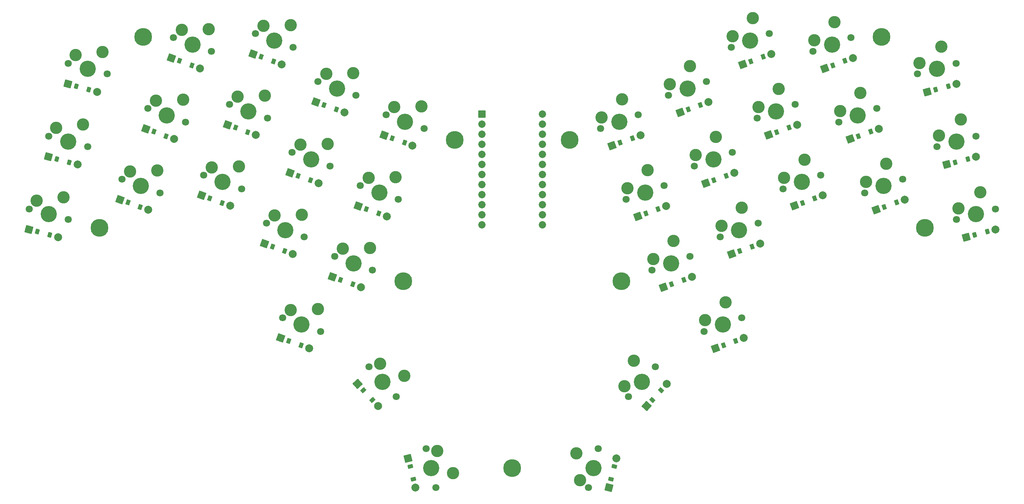
<source format=gbr>
%TF.GenerationSoftware,KiCad,Pcbnew,(6.0.10)*%
%TF.CreationDate,2024-09-29T17:33:22+02:00*%
%TF.ProjectId,blavinge,626c6176-696e-4676-952e-6b696361645f,v1.0.0*%
%TF.SameCoordinates,Original*%
%TF.FileFunction,Soldermask,Top*%
%TF.FilePolarity,Negative*%
%FSLAX46Y46*%
G04 Gerber Fmt 4.6, Leading zero omitted, Abs format (unit mm)*
G04 Created by KiCad (PCBNEW (6.0.10)) date 2024-09-29 17:33:22*
%MOMM*%
%LPD*%
G01*
G04 APERTURE LIST*
G04 Aperture macros list*
%AMRoundRect*
0 Rectangle with rounded corners*
0 $1 Rounding radius*
0 $2 $3 $4 $5 $6 $7 $8 $9 X,Y pos of 4 corners*
0 Add a 4 corners polygon primitive as box body*
4,1,4,$2,$3,$4,$5,$6,$7,$8,$9,$2,$3,0*
0 Add four circle primitives for the rounded corners*
1,1,$1+$1,$2,$3*
1,1,$1+$1,$4,$5*
1,1,$1+$1,$6,$7*
1,1,$1+$1,$8,$9*
0 Add four rect primitives between the rounded corners*
20,1,$1+$1,$2,$3,$4,$5,0*
20,1,$1+$1,$4,$5,$6,$7,0*
20,1,$1+$1,$6,$7,$8,$9,0*
20,1,$1+$1,$8,$9,$2,$3,0*%
G04 Aperture macros list end*
%ADD10C,4.087800*%
%ADD11C,1.801800*%
%ADD12C,3.100000*%
%ADD13RoundRect,0.050000X-0.589958X-0.463087X0.279375X-0.696024X0.589958X0.463087X-0.279375X0.696024X0*%
%ADD14RoundRect,0.050000X-1.088798X-0.628618X0.628618X-1.088798X1.088798X0.628618X-0.628618X1.088798X0*%
%ADD15C,2.005000*%
%ADD16RoundRect,0.050000X-0.628074X-0.409907X0.217650X-0.717725X0.628074X0.409907X-0.217650X0.717725X0*%
%ADD17RoundRect,0.050000X-1.139443X-0.531331X0.531331X-1.139443X1.139443X0.531331X-0.531331X1.139443X0*%
%ADD18RoundRect,0.050000X-0.746996X-0.067063X-0.144778X-0.735894X0.746996X0.067063X0.144778X0.735894X0*%
%ADD19RoundRect,0.050000X-1.255513X0.065799X-0.065799X-1.255513X1.255513X-0.065799X0.065799X1.255513X0*%
%ADD20RoundRect,0.050000X-0.691042X0.291480X-0.473313X-0.581786X0.691042X-0.291480X0.473313X0.581786X0*%
%ADD21RoundRect,0.050000X-1.077661X0.647524X-0.647524X-1.077661X1.077661X-0.647524X0.647524X1.077661X0*%
%ADD22RoundRect,0.050000X-0.279375X-0.696024X0.589958X-0.463087X0.279375X0.696024X-0.589958X0.463087X0*%
%ADD23RoundRect,0.050000X-0.628618X-1.088798X1.088798X-0.628618X0.628618X1.088798X-1.088798X0.628618X0*%
%ADD24RoundRect,0.050000X-0.217650X-0.717725X0.628074X-0.409907X0.217650X0.717725X-0.628074X0.409907X0*%
%ADD25RoundRect,0.050000X-0.531331X-1.139443X1.139443X-0.531331X0.531331X1.139443X-1.139443X0.531331X0*%
%ADD26RoundRect,0.050000X0.144778X-0.735894X0.746996X-0.067063X-0.144778X0.735894X-0.746996X0.067063X0*%
%ADD27RoundRect,0.050000X0.065799X-1.255513X1.255513X0.065799X-0.065799X1.255513X-1.255513X-0.065799X0*%
%ADD28RoundRect,0.050000X0.473313X-0.581786X0.691042X0.291480X-0.473313X0.581786X-0.691042X-0.291480X0*%
%ADD29RoundRect,0.050000X0.647524X-1.077661X1.077661X0.647524X-0.647524X1.077661X-1.077661X-0.647524X0*%
%ADD30RoundRect,0.050000X-0.876300X0.876300X-0.876300X-0.876300X0.876300X-0.876300X0.876300X0.876300X0*%
%ADD31C,1.852600*%
%ADD32C,0.800000*%
%ADD33C,4.500000*%
G04 APERTURE END LIST*
D10*
%TO.C,S1*%
X48741270Y-134097372D03*
D11*
X53648173Y-135412173D03*
X43834367Y-132782571D03*
D12*
X52509522Y-129847869D03*
X45718493Y-130657820D03*
%TD*%
D10*
%TO.C,S2*%
X53658809Y-115744765D03*
D11*
X58565712Y-117059566D03*
X48751906Y-114429964D03*
D12*
X57427061Y-111495262D03*
X50636032Y-112305213D03*
%TD*%
D10*
%TO.C,S3*%
X58576364Y-97392180D03*
D11*
X63483267Y-98706981D03*
X53669461Y-96077379D03*
D12*
X62344616Y-93142677D03*
X55553587Y-93952628D03*
%TD*%
D10*
%TO.C,S4*%
X71983329Y-126988809D03*
D11*
X76756968Y-128726271D03*
X67209690Y-125251347D03*
D12*
X76107611Y-123083902D03*
X69271831Y-123298893D03*
%TD*%
D10*
%TO.C,S5*%
X78481719Y-109134644D03*
D11*
X83255358Y-110872106D03*
X73708080Y-107397182D03*
D12*
X82606001Y-105229737D03*
X75770221Y-105444728D03*
%TD*%
D10*
%TO.C,S6*%
X84980095Y-91280470D03*
D11*
X89753734Y-93017932D03*
X80206456Y-89543008D03*
D12*
X89104377Y-87375563D03*
X82268597Y-87590554D03*
%TD*%
D10*
%TO.C,S7*%
X92573653Y-125969658D03*
D11*
X97347292Y-127707120D03*
X87800014Y-124232196D03*
D12*
X96697935Y-122064751D03*
X89862155Y-122279742D03*
%TD*%
D10*
%TO.C,S8*%
X99072049Y-108115492D03*
D11*
X103845688Y-109852954D03*
X94298410Y-106378030D03*
D12*
X103196331Y-104210585D03*
X96360551Y-104425576D03*
%TD*%
D10*
%TO.C,S9*%
X105570427Y-90261335D03*
D11*
X110344066Y-91998797D03*
X100796788Y-88523873D03*
D12*
X109694709Y-86356428D03*
X102858929Y-86571419D03*
%TD*%
D10*
%TO.C,S10*%
X108375701Y-138106199D03*
D11*
X113149340Y-139843661D03*
X103602062Y-136368737D03*
D12*
X112499983Y-134201292D03*
X105664203Y-134416283D03*
%TD*%
D10*
%TO.C,S11*%
X114874088Y-120252030D03*
D11*
X119647727Y-121989492D03*
X110100449Y-118514568D03*
D12*
X118998370Y-116347123D03*
X112162590Y-116562114D03*
%TD*%
D10*
%TO.C,S12*%
X121372464Y-102397868D03*
D11*
X126146103Y-104135330D03*
X116598825Y-100660406D03*
D12*
X125496746Y-98492961D03*
X118660966Y-98707952D03*
%TD*%
D10*
%TO.C,S13*%
X125545820Y-146483964D03*
D11*
X130319459Y-148221426D03*
X120772181Y-144746502D03*
D12*
X129670102Y-142579057D03*
X122834322Y-142794048D03*
%TD*%
D10*
%TO.C,S14*%
X132044203Y-128629801D03*
D11*
X136817842Y-130367263D03*
X127270564Y-126892339D03*
D12*
X136168485Y-124724894D03*
X129332705Y-124939885D03*
%TD*%
D10*
%TO.C,S15*%
X138542578Y-110775636D03*
D11*
X143316217Y-112513098D03*
X133768939Y-109038174D03*
D12*
X142666860Y-106870729D03*
X135831080Y-107085720D03*
%TD*%
D10*
%TO.C,S16*%
X112469593Y-161943995D03*
D11*
X117243232Y-163681457D03*
X107695954Y-160206533D03*
D12*
X116593875Y-158039088D03*
X109758095Y-158254079D03*
%TD*%
D10*
%TO.C,S17*%
X132869069Y-176360185D03*
D11*
X136268252Y-180135361D03*
X129469886Y-172585009D03*
D12*
X138343836Y-174848589D03*
X132207269Y-171829211D03*
%TD*%
%TO.C,S18*%
X146616799Y-193843509D03*
X150617554Y-199390405D03*
D11*
X143845007Y-193225715D03*
X146302933Y-203083919D03*
D10*
X145073970Y-198154817D03*
%TD*%
%TO.C,S19*%
X282329360Y-134097359D03*
D11*
X287236263Y-132782558D03*
X277422457Y-135412160D03*
D12*
X283468011Y-128533055D03*
X277991782Y-132630008D03*
%TD*%
D10*
%TO.C,S20*%
X277411791Y-115744788D03*
D11*
X282318694Y-114429987D03*
X272504888Y-117059589D03*
D12*
X278550442Y-110180484D03*
X273074213Y-114277437D03*
%TD*%
D10*
%TO.C,S21*%
X272494210Y-97392191D03*
D11*
X277401113Y-96077390D03*
X267587307Y-98706992D03*
D12*
X273632861Y-91827887D03*
X268156632Y-95924840D03*
%TD*%
D10*
%TO.C,S22*%
X259087286Y-126988812D03*
D11*
X263860925Y-125251350D03*
X254313647Y-128726274D03*
D12*
X259736643Y-121346442D03*
X254638326Y-125905089D03*
%TD*%
D10*
%TO.C,S23*%
X252588903Y-109134652D03*
D11*
X257362542Y-107397190D03*
X247815264Y-110872114D03*
D12*
X253238260Y-103492282D03*
X248139943Y-108050929D03*
%TD*%
D10*
%TO.C,S24*%
X246090510Y-91280494D03*
D11*
X250864149Y-89543032D03*
X241316871Y-93017956D03*
D12*
X246739867Y-85638124D03*
X241641550Y-90196771D03*
%TD*%
D10*
%TO.C,S25*%
X238496960Y-125969665D03*
D11*
X243270599Y-124232203D03*
X233723321Y-127707127D03*
D12*
X239146317Y-120327295D03*
X234048000Y-124885942D03*
%TD*%
D10*
%TO.C,S26*%
X231998579Y-108115493D03*
D11*
X236772218Y-106378031D03*
X227224940Y-109852955D03*
D12*
X232647936Y-102473123D03*
X227549619Y-107031770D03*
%TD*%
D10*
%TO.C,S27*%
X225500189Y-90261338D03*
D11*
X230273828Y-88523876D03*
X220726550Y-91998800D03*
D12*
X226149546Y-84618968D03*
X221051229Y-89177615D03*
%TD*%
D10*
%TO.C,S28*%
X222694934Y-138106188D03*
D11*
X227468573Y-136368726D03*
X217921295Y-139843650D03*
D12*
X223344291Y-132463818D03*
X218245974Y-137022465D03*
%TD*%
D10*
%TO.C,S29*%
X216196548Y-120252019D03*
D11*
X220970187Y-118514557D03*
X211422909Y-121989481D03*
D12*
X216845905Y-114609649D03*
X211747588Y-119168296D03*
%TD*%
D10*
%TO.C,S30*%
X209698160Y-102397874D03*
D11*
X214471799Y-100660412D03*
X204924521Y-104135336D03*
D12*
X210347517Y-96755504D03*
X205249200Y-101314151D03*
%TD*%
D10*
%TO.C,S31*%
X205524794Y-146483957D03*
D11*
X210298433Y-144746495D03*
X200751155Y-148221419D03*
D12*
X206174151Y-140841587D03*
X201075834Y-145400234D03*
%TD*%
D10*
%TO.C,S32*%
X199026424Y-128629794D03*
D11*
X203800063Y-126892332D03*
X194252785Y-130367256D03*
D12*
X199675781Y-122987424D03*
X194577464Y-127546071D03*
%TD*%
D10*
%TO.C,S33*%
X192528027Y-110775626D03*
D11*
X197301666Y-109038164D03*
X187754388Y-112513088D03*
D12*
X193177384Y-105133256D03*
X188079067Y-109691903D03*
%TD*%
D10*
%TO.C,S34*%
X218601026Y-161943980D03*
D11*
X223374665Y-160206518D03*
X213827387Y-163681442D03*
D12*
X219250383Y-156301610D03*
X214152066Y-160860257D03*
%TD*%
D10*
%TO.C,S35*%
X198201554Y-176360184D03*
D11*
X201600737Y-172585008D03*
X194802371Y-180135360D03*
D12*
X196125970Y-171073413D03*
X193764579Y-177491974D03*
%TD*%
D10*
%TO.C,S36*%
X185996652Y-198154817D03*
D11*
X187225615Y-193225715D03*
X184767689Y-203083919D03*
D12*
X181682031Y-194461303D03*
X182610378Y-201237162D03*
%TD*%
D13*
%TO.C,D1*%
X45853378Y-138499937D03*
X49040934Y-139354039D03*
D14*
X43766979Y-137940887D03*
D15*
X51127333Y-139913089D03*
%TD*%
D13*
%TO.C,D2*%
X50770946Y-120147351D03*
X53958502Y-121001453D03*
D14*
X48684547Y-119588301D03*
D15*
X56044901Y-121560503D03*
%TD*%
D13*
%TO.C,D3*%
X55688503Y-101794764D03*
X58876059Y-102648866D03*
D14*
X53602104Y-101235714D03*
D15*
X60962458Y-103207916D03*
%TD*%
D16*
%TO.C,D4*%
X68722747Y-131122925D03*
X71823733Y-132251591D03*
D17*
X66693011Y-130384161D03*
D15*
X73853469Y-132990355D03*
%TD*%
D16*
%TO.C,D5*%
X75221124Y-113268772D03*
X78322110Y-114397438D03*
D17*
X73191388Y-112530008D03*
D15*
X80351846Y-115136202D03*
%TD*%
D16*
%TO.C,D6*%
X81719513Y-95414607D03*
X84820499Y-96543273D03*
D17*
X79689777Y-94675843D03*
D15*
X86850235Y-97282037D03*
%TD*%
D16*
%TO.C,D7*%
X89313061Y-130103773D03*
X92414047Y-131232439D03*
D17*
X87283325Y-129365009D03*
D15*
X94443783Y-131971203D03*
%TD*%
D16*
%TO.C,D8*%
X95811445Y-112249603D03*
X98912431Y-113378269D03*
D17*
X93781709Y-111510839D03*
D15*
X100942167Y-114117033D03*
%TD*%
D16*
%TO.C,D9*%
X102309831Y-94395458D03*
X105410817Y-95524124D03*
D17*
X100280095Y-93656694D03*
D15*
X107440553Y-96262888D03*
%TD*%
D16*
%TO.C,D10*%
X105115091Y-142240316D03*
X108216077Y-143368982D03*
D17*
X103085355Y-141501552D03*
D15*
X110245813Y-144107746D03*
%TD*%
D16*
%TO.C,D11*%
X111613480Y-124386152D03*
X114714466Y-125514818D03*
D17*
X109583744Y-123647388D03*
D15*
X116744202Y-126253582D03*
%TD*%
D16*
%TO.C,D12*%
X118111863Y-106531992D03*
X121212849Y-107660658D03*
D17*
X116082127Y-105793228D03*
D15*
X123242585Y-108399422D03*
%TD*%
D16*
%TO.C,D13*%
X122285213Y-150618096D03*
X125386199Y-151746762D03*
D17*
X120255477Y-149879332D03*
D15*
X127415935Y-152485526D03*
%TD*%
D16*
%TO.C,D14*%
X128783610Y-132763925D03*
X131884596Y-133892591D03*
D17*
X126753874Y-132025161D03*
D15*
X133914332Y-134631355D03*
%TD*%
D16*
%TO.C,D15*%
X135281974Y-114909767D03*
X138382960Y-116038433D03*
D17*
X133252238Y-114171003D03*
D15*
X140412696Y-116777197D03*
%TD*%
D16*
%TO.C,D16*%
X109208987Y-166078118D03*
X112309973Y-167206784D03*
D17*
X107179251Y-165339354D03*
D15*
X114339709Y-167945548D03*
%TD*%
D18*
%TO.C,D17*%
X128049287Y-178479649D03*
X130257419Y-180932027D03*
D19*
X126603965Y-176874456D03*
D15*
X131702741Y-182537220D03*
%TD*%
D20*
%TO.C,D18*%
X139823316Y-197763433D03*
X140621658Y-200965409D03*
D21*
X139300765Y-195667594D03*
D15*
X141144209Y-203061248D03*
%TD*%
D22*
%TO.C,D19*%
X282029685Y-139354037D03*
X285217241Y-138499935D03*
D23*
X279943286Y-139913087D03*
D15*
X287303640Y-137940885D03*
%TD*%
D22*
%TO.C,D20*%
X277112123Y-121001455D03*
X280299679Y-120147353D03*
D23*
X275025724Y-121560505D03*
D15*
X282386078Y-119588303D03*
%TD*%
D22*
%TO.C,D21*%
X272194540Y-102648867D03*
X275382096Y-101794765D03*
D23*
X270108141Y-103207917D03*
D15*
X277468495Y-101235715D03*
%TD*%
D24*
%TO.C,D22*%
X259246886Y-132251617D03*
X262347872Y-131122951D03*
D25*
X257217150Y-132990381D03*
D15*
X264377608Y-130384187D03*
%TD*%
D24*
%TO.C,D23*%
X252748506Y-114397441D03*
X255849492Y-113268775D03*
D25*
X250718770Y-115136205D03*
D15*
X257879228Y-112530011D03*
%TD*%
D24*
%TO.C,D24*%
X246250118Y-96543290D03*
X249351104Y-95414624D03*
D25*
X244220382Y-97282054D03*
D15*
X251380840Y-94675860D03*
%TD*%
D24*
%TO.C,D25*%
X238656555Y-131232452D03*
X241757541Y-130103786D03*
D25*
X236626819Y-131971216D03*
D15*
X243787277Y-129365022D03*
%TD*%
D24*
%TO.C,D26*%
X232158174Y-113378280D03*
X235259160Y-112249614D03*
D25*
X230128438Y-114117044D03*
D15*
X237288896Y-111510850D03*
%TD*%
D24*
%TO.C,D27*%
X225659811Y-95524126D03*
X228760797Y-94395460D03*
D25*
X223630075Y-96262890D03*
D15*
X230790533Y-93656696D03*
%TD*%
D24*
%TO.C,D28*%
X222854528Y-143368983D03*
X225955514Y-142240317D03*
D25*
X220824792Y-144107747D03*
D15*
X227985250Y-141501553D03*
%TD*%
D24*
%TO.C,D29*%
X216356140Y-125514827D03*
X219457126Y-124386161D03*
D25*
X214326404Y-126253591D03*
D15*
X221486862Y-123647397D03*
%TD*%
D24*
%TO.C,D30*%
X209857771Y-107660658D03*
X212958757Y-106531992D03*
D25*
X207828035Y-108399422D03*
D15*
X214988493Y-105793228D03*
%TD*%
D24*
%TO.C,D31*%
X205684415Y-151746738D03*
X208785401Y-150618072D03*
D25*
X203654679Y-152485502D03*
D15*
X210815137Y-149879308D03*
%TD*%
D24*
%TO.C,D32*%
X199186020Y-133892598D03*
X202287006Y-132763932D03*
D25*
X197156284Y-134631362D03*
D15*
X204316742Y-132025168D03*
%TD*%
D24*
%TO.C,D33*%
X192687639Y-116038433D03*
X195788625Y-114909767D03*
D25*
X190657903Y-116777197D03*
D15*
X197818361Y-114171003D03*
%TD*%
D24*
%TO.C,D34*%
X218760652Y-167206777D03*
X221861638Y-166078111D03*
D25*
X216730916Y-167945541D03*
D15*
X223891374Y-165339347D03*
%TD*%
D26*
%TO.C,D35*%
X200813204Y-180932018D03*
X203021336Y-178479640D03*
D27*
X199367882Y-182537211D03*
D15*
X204466658Y-176874447D03*
%TD*%
D28*
%TO.C,D36*%
X190448961Y-200965415D03*
X191247303Y-197763439D03*
D29*
X189926410Y-203061254D03*
D15*
X191769854Y-195667600D03*
%TD*%
D30*
%TO.C,MCU1*%
X157915311Y-108805644D03*
D31*
X157915311Y-111345644D03*
X157915311Y-113885644D03*
X157915311Y-116425644D03*
X157915311Y-118965644D03*
X157915311Y-121505644D03*
X157915311Y-124045644D03*
X157915311Y-126585644D03*
X157915311Y-129125644D03*
X157915311Y-131665644D03*
X157915311Y-134205644D03*
X157915311Y-136745644D03*
X173155311Y-108805644D03*
X173155311Y-111345644D03*
X173155311Y-113885644D03*
X173155311Y-116425644D03*
X173155311Y-118965644D03*
X173155311Y-121505644D03*
X173155311Y-124045644D03*
X173155311Y-126585644D03*
X173155311Y-129125644D03*
X173155311Y-131665644D03*
X173155311Y-134205644D03*
X173155311Y-136745644D03*
%TD*%
D32*
%TO.C,_1*%
X73363461Y-90760097D03*
D33*
X72538461Y-89331155D03*
D32*
X72111410Y-90924933D03*
X73967403Y-88506155D03*
X70944683Y-88904104D03*
X71713461Y-87902213D03*
X71109519Y-90156155D03*
X74132239Y-89758206D03*
X72965512Y-87737377D03*
%TD*%
%TO.C,_2*%
X259961085Y-90156161D03*
D33*
X258532143Y-89331161D03*
D32*
X258959194Y-90924939D03*
X259357143Y-87902219D03*
X256938365Y-89758212D03*
X257103201Y-88506161D03*
X257707143Y-90760103D03*
X260125921Y-88904110D03*
X258105092Y-87737383D03*
%TD*%
%TO.C,_3*%
X62413071Y-138968616D03*
D33*
X61588071Y-137539674D03*
D32*
X61161020Y-139133452D03*
X63017013Y-136714674D03*
X59994293Y-137112623D03*
X60763071Y-136110732D03*
X60159129Y-138364674D03*
X63181849Y-137966725D03*
X62015122Y-135945896D03*
%TD*%
%TO.C,_4*%
X270911492Y-138364657D03*
D33*
X269482550Y-137539657D03*
D32*
X269909601Y-139133435D03*
X270307550Y-136110715D03*
X267888772Y-137966708D03*
X268053608Y-136714657D03*
X268657550Y-138968599D03*
X271076328Y-137112606D03*
X269055499Y-135945879D03*
%TD*%
%TO.C,_5*%
X151737802Y-116819905D03*
D33*
X151040482Y-115324497D03*
D32*
X150476149Y-116874990D03*
X152535890Y-114627177D03*
X149489989Y-114760164D03*
X150343162Y-113829089D03*
X149545074Y-116021817D03*
X152590975Y-115888830D03*
X151604815Y-113774004D03*
%TD*%
%TO.C,_6*%
X181525540Y-116021810D03*
D33*
X180030132Y-115324490D03*
D32*
X180594465Y-116874983D03*
X180727452Y-113829082D03*
X178479639Y-115888823D03*
X178534724Y-114627170D03*
X179332812Y-116819898D03*
X181580625Y-114760157D03*
X179465799Y-113773997D03*
%TD*%
%TO.C,_7*%
X138741052Y-152528246D03*
D33*
X138043732Y-151032838D03*
D32*
X137479399Y-152583331D03*
X139539140Y-150335518D03*
X136493239Y-150468505D03*
X137346412Y-149537430D03*
X136548324Y-151730158D03*
X139594225Y-151597171D03*
X138608065Y-149482345D03*
%TD*%
%TO.C,_8*%
X194522296Y-151730138D03*
D33*
X193026888Y-151032818D03*
D32*
X193591221Y-152583311D03*
X193724208Y-149537410D03*
X191476395Y-151597151D03*
X191531480Y-150335498D03*
X192329568Y-152528226D03*
X194577381Y-150468485D03*
X192462555Y-149482325D03*
%TD*%
%TO.C,_9*%
X166702034Y-199321539D03*
D33*
X165535308Y-198154813D03*
D32*
X165535308Y-199804813D03*
X166702034Y-196988087D03*
X163885308Y-198154813D03*
X164368582Y-196988087D03*
X164368582Y-199321539D03*
X167185308Y-198154813D03*
X165535308Y-196504813D03*
%TD*%
M02*

</source>
